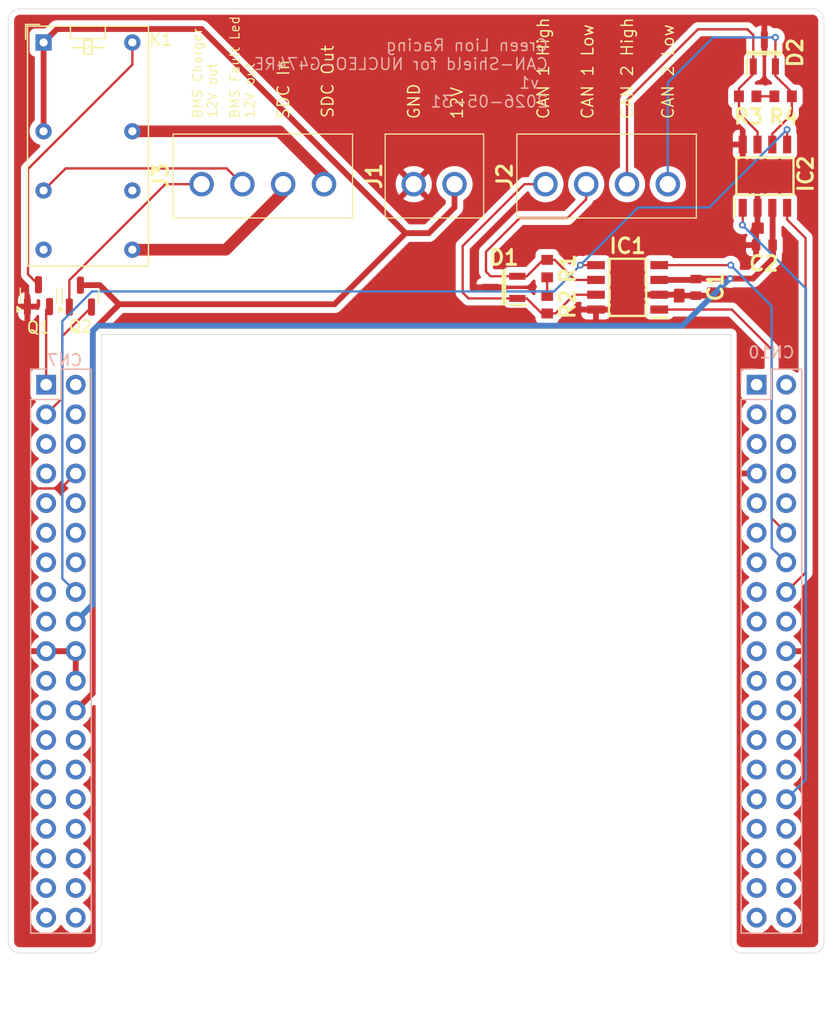
<source format=kicad_pcb>
(kicad_pcb (version 20241229) (generator "pcbnew") (generator_version "9.0")
  (title_block (title "CAN-Shield for NUCLEO-G474RE") (date "${CURRENT_DATE}") (rev "v1") (company "Green Lion Racing") (comment 1 "Alexander Wallrodt") (comment 2 "Ahmed Bouzidi"))
  (layers (0 "F.Cu" signal) (2 "B.Cu" signal) (13 "F.Paste" user) (15 "B.Paste" user) (5 "F.SilkS" user "F.Silkscreen") (7 "B.SilkS" user "B.Silkscreen") (1 "F.Mask" user) (3 "B.Mask" user) (25 "Edge.Cuts" user))
  (net 0 "")
  (net 1 "GND")
  (net 2 "+5V")
  (net 55 "/CAN 1 H")
  (net 56 "/CAN 1 L")
  (net 57 "/CAN 2 L")
  (net 58 "/CAN 2 H")
  (net 59 "Net-(R1-Pad2)")
  (net 60 "Net-(R3-Pad1)")
  (net 61 "+3V3")
  (net 62 "+12V")
  (net 68 "Net-(CN10-Pin_16)")
  (net 70 "Net-(CN10-Pin_14)")
  (net 71 "Net-(CN10-Pin_12)")
  (net 73 "Net-(CN10-Pin_30)")
  (net 77 "Net-(Q1-C)")
  (net 79 "/BMS_CHARGER")
  (net 80 "/BMS_FAULT")
  (net 81 "/SDC_IN")
  (net 82 "/SDC_OUT")
  (net 83 "/BMS_FAULT_LED")
  (net 84 "/BMS_CHARGER_OUT")
  (footprint "SamacSys_Parts:SOT95P255X125-3N" (layer "F.Cu") (at 159.085 71.552 90)
    (property "Reference" "D2" (at 0.04 2.65 90) (layer "F.SilkS") (effects (font (size 1.27 1.27) (thickness 0.254))))
    (property "Value" "ESDCAN01-2BLY" (hide yes))
    (fp_line (start -1.85 -1.5) (end -0.45 -1.5) (stroke (width 0.2)) (layer "F.SilkS"))
    (fp_line (start 0.1 -1.448) (end 0.1 1.448) (stroke (width 0.2)) (layer "F.SilkS"))
    (fp_line (start -0.1 -1.448) (end 0.1 -1.448) (stroke (width 0.2)) (layer "F.SilkS"))
    (fp_line (start 0.1 1.448) (end -0.1 1.448) (stroke (width 0.2)) (layer "F.SilkS"))
    (fp_line (start -0.1 1.448) (end -0.1 -1.448) (stroke (width 0.2)) (layer "F.SilkS"))
    (pad "1" smd rect (at -1.15 -0.95 180) (size 0.6 1.4) (layers "F.Cu" "F.Mask" "F.Paste") (net 58 "/CAN 2 H"))
    (pad "2" smd rect (at -1.15 0.95 180) (size 0.6 1.4) (layers "F.Cu" "F.Mask" "F.Paste") (net 57 "/CAN 2 L"))
    (pad "3" smd rect (at 1.15 0 180) (size 0.6 1.4) (layers "F.Cu" "F.Mask" "F.Paste") (net 1 "GND"))
  )
  (footprint "SamacSys_Parts:SOIC127P600X175-8N" (layer "F.Cu") (at 147.35 91.65 180)
    (property "Reference" "IC1" (at 0 3.55 180) (layer "F.SilkS") (effects (font (size 1.27 1.27) (thickness 0.254))))
    (property "Value" "TLE6250GV33XUMA1" (hide yes))
    (fp_line (start 1.6 2.45) (end -1.6 2.45) (stroke (width 0.2)) (layer "F.SilkS"))
    (fp_line (start 1.6 -2.45) (end 1.6 2.45) (stroke (width 0.2)) (layer "F.SilkS"))
    (fp_line (start -1.6 2.45) (end -1.6 -2.45) (stroke (width 0.2)) (layer "F.SilkS"))
    (fp_line (start -1.6 -2.45) (end 1.6 -2.45) (stroke (width 0.2)) (layer "F.SilkS"))
    (fp_line (start -3.475 -2.605) (end -1.95 -2.605) (stroke (width 0.2)) (layer "F.SilkS"))
    (pad "1" smd rect (at -2.712 -1.905 270) (size 0.7 1.525) (layers "F.Cu" "F.Mask" "F.Paste") (net 71 "Net-(CN10-Pin_12)"))
    (pad "2" smd rect (at -2.712 -0.635 270) (size 0.7 1.525) (layers "F.Cu" "F.Mask" "F.Paste") (net 1 "GND"))
    (pad "3" smd rect (at -2.712 0.635 270) (size 0.7 1.525) (layers "F.Cu" "F.Mask" "F.Paste") (net 2 "+5V"))
    (pad "4" smd rect (at -2.712 1.905 270) (size 0.7 1.525) (layers "F.Cu" "F.Mask" "F.Paste") (net 70 "Net-(CN10-Pin_14)"))
    (pad "5" smd rect (at 2.712 1.905 270) (size 0.7 1.525) (layers "F.Cu" "F.Mask" "F.Paste") (net 61 "+3V3"))
    (pad "6" smd rect (at 2.712 0.635 270) (size 0.7 1.525) (layers "F.Cu" "F.Mask" "F.Paste") (net 56 "/CAN 1 L"))
    (pad "7" smd rect (at 2.712 -0.635 270) (size 0.7 1.525) (layers "F.Cu" "F.Mask" "F.Paste") (net 55 "/CAN 1 H"))
    (pad "8" smd rect (at 2.712 -1.905 270) (size 0.7 1.525) (layers "F.Cu" "F.Mask" "F.Paste") (net 1 "GND"))
  )
  (footprint "SamacSys_Parts:RESC1608X50N" (layer "F.Cu") (at 157.655 75.262 180)
    (property "Reference" "R3" (at -0.08 -1.75 0) (layer "F.SilkS") (effects (font (size 1.27 1.27) (thickness 0.254))))
    (property "Value" "68.0 Ω" (hide yes))
    (pad "1" smd rect (at -0.75 0 180) (size 0.85 1) (layers "F.Cu" "F.Mask" "F.Paste") (net 60 "Net-(R3-Pad1)"))
    (pad "2" smd rect (at 0.75 0 180) (size 0.85 1) (layers "F.Cu" "F.Mask" "F.Paste") (net 58 "/CAN 2 H"))
  )
  (footprint "SamacSys_Parts:CAPC1608X90N" (layer "F.Cu") (at 159.085 88.022 180)
    (property "Reference" "C2" (at 0.05 -1.59 0) (layer "F.SilkS") (effects (font (size 1.27 1.27) (thickness 0.254))))
    (property "Value" "0.1μF 50V" (hide yes))
    (pad "1" smd rect (at -0.71 0 180) (size 0.73 0.94) (layers "F.Cu" "F.Mask" "F.Paste") (net 2 "+5V"))
    (pad "2" smd rect (at 0.71 0 180) (size 0.73 0.94) (layers "F.Cu" "F.Mask" "F.Paste") (net 1 "GND"))
  )
  (footprint "Package_TO_SOT_SMD:SOT-23" (layer "F.Cu") (at 96.8 92.3625 90)
    (property "Reference" "Q1" (at -2.7375 0 180) (layer "F.SilkS"))
    (property "Value" "Q_NPN_EBC" (hide yes))
    (fp_line (start 0 -1.56) (end 0.65 -1.56) (stroke (width 0.12)) (layer "F.SilkS"))
    (fp_line (start 0 -1.56) (end -0.65 -1.56) (stroke (width 0.12)) (layer "F.SilkS"))
    (fp_line (start 0 1.56) (end 0.65 1.56) (stroke (width 0.12)) (layer "F.SilkS"))
    (fp_line (start 0 1.56) (end -0.65 1.56) (stroke (width 0.12)) (layer "F.SilkS"))
    (fp_poly (pts (xy -1.1625 -1.51) (xy -1.4025 -1.84) (xy -0.9225 -1.84) (xy -1.1625 -1.51)) (stroke (width 0.12)) (fill yes) (layer "F.SilkS"))
    (pad "1" smd roundrect (at -0.9375 -0.95 90) (size 1.475 0.6) (layers "F.Cu" "F.Mask" "F.Paste") (net 1 "GND"))
    (pad "2" smd roundrect (at -0.9375 0.95 90) (size 1.475 0.6) (layers "F.Cu" "F.Mask" "F.Paste") (net 80 "/BMS_FAULT"))
    (pad "3" smd roundrect (at 0.9375 0 90) (size 1.475 0.6) (layers "F.Cu" "F.Mask" "F.Paste") (net 77 "Net-(Q1-C)"))
  )
  (footprint "SamacSys_Parts:RESC1608X50N" (layer "F.Cu") (at 140.45 93.14 -90)
    (property "Reference" "R2" (at -0.04 -1.75 270) (layer "F.SilkS") (effects (font (size 1.27 1.27) (thickness 0.254))))
    (property "Value" "68.0 Ω" (hide yes))
    (pad "1" smd rect (at -0.75 0 270) (size 0.85 1) (layers "F.Cu" "F.Mask" "F.Paste") (net 59 "Net-(R1-Pad2)"))
    (pad "2" smd rect (at 0.75 0 270) (size 0.85 1) (layers "F.Cu" "F.Mask" "F.Paste") (net 55 "/CAN 1 H"))
  )
  (footprint "SamacSys_Parts:SOT95P255X125-3N" (layer "F.Cu") (at 136.74 91.65 180)
    (property "Reference" "D1" (at 0 2.55 180) (layer "F.SilkS") (effects (font (size 1.27 1.27) (thickness 0.254))))
    (property "Value" "ESDCAN01-2BLY" (hide yes))
    (fp_line (start 0.1 1.448) (end -0.1 1.448) (stroke (width 0.2)) (layer "F.SilkS"))
    (fp_line (start 0.1 -1.448) (end 0.1 1.448) (stroke (width 0.2)) (layer "F.SilkS"))
    (fp_line (start -0.1 1.448) (end -0.1 -1.448) (stroke (width 0.2)) (layer "F.SilkS"))
    (fp_line (start -0.1 -1.448) (end 0.1 -1.448) (stroke (width 0.2)) (layer "F.SilkS"))
    (fp_line (start -1.85 -1.5) (end -0.45 -1.5) (stroke (width 0.2)) (layer "F.SilkS"))
    (pad "1" smd rect (at -1.15 -0.95 270) (size 0.6 1.4) (layers "F.Cu" "F.Mask" "F.Paste") (net 55 "/CAN 1 H"))
    (pad "2" smd rect (at -1.15 0.95 270) (size 0.6 1.4) (layers "F.Cu" "F.Mask" "F.Paste") (net 56 "/CAN 1 L"))
    (pad "3" smd rect (at 1.15 0 270) (size 0.6 1.4) (layers "F.Cu" "F.Mask" "F.Paste") (net 1 "GND"))
  )
  (footprint "Relay_THT:Relay_DPDT_Omron_G5V-2" (layer "F.Cu") (at 97.2375 70.6425)
    (property "Reference" "K1" (at 10.0625 -0.2425 0) (layer "F.SilkS"))
    (property "Value" "G5V-2" (hide yes))
    (fp_line (start -1.54 -1.55) (end -0.33 -1.55) (stroke (width 0.12)) (layer "F.SilkS"))
    (fp_line (start -1.54 -0.25) (end -1.54 -1.55) (stroke (width 0.12)) (layer "F.SilkS"))
    (fp_line (start -1.38 -1.4) (end -1.38 19.19) (stroke (width 0.12)) (layer "F.SilkS"))
    (fp_line (start -1.38 19.19) (end 9 19.19) (stroke (width 0.12)) (layer "F.SilkS"))
    (fp_line (start 2.3 -1.4) (end 2.3 -0.36) (stroke (width 0.12)) (layer "F.SilkS"))
    (fp_line (start 2.3 -0.34) (end 5.3 -0.34) (stroke (width 0.12)) (layer "F.SilkS"))
    (fp_line (start 3.47 -0.19) (end 3.47 1.01) (stroke (width 0.12)) (layer "F.SilkS"))
    (fp_line (start 3.47 0.44) (end 2.37 0.44) (stroke (width 0.12)) (layer "F.SilkS"))
    (fp_line (start 3.47 0.61) (end 4.17 0.21) (stroke (width 0.12)) (layer "F.SilkS"))
    (fp_line (start 3.47 1.01) (end 4.17 1.01) (stroke (width 0.12)) (layer "F.SilkS"))
    (fp_line (start 4.17 -0.19) (end 3.47 -0.19) (stroke (width 0.12)) (layer "F.SilkS"))
    (fp_line (start 4.17 0.44) (end 5.27 0.44) (stroke (width 0.12)) (layer "F.SilkS"))
    (fp_line (start 4.17 1.01) (end 4.17 -0.19) (stroke (width 0.12)) (layer "F.SilkS"))
    (fp_line (start 5.3 -0.34) (end 5.3 -1.4) (stroke (width 0.12)) (layer "F.SilkS"))
    (fp_line (start 9 -1.4) (end -1.38 -1.4) (stroke (width 0.12)) (layer "F.SilkS"))
    (fp_line (start 9 19.19) (end 9 -1.4) (stroke (width 0.12)) (layer "F.SilkS"))
    (pad "1" thru_hole rect (at 0 0) (size 1.4 1.4) (drill 0.7) (layers "*.Cu" "*.Mask") (net 62 "+12V"))
    (pad "4" thru_hole circle (at 0 7.62) (size 1.4 1.4) (drill 0.7) (layers "*.Cu" "*.Mask") (net 62 "+12V"))
    (pad "6" thru_hole circle (at 0 12.7) (size 1.4 1.4) (drill 0.7) (layers "*.Cu" "*.Mask") (net 83 "/BMS_FAULT_LED"))
    (pad "8" thru_hole circle (at 0 17.78) (size 1.4 1.4) (drill 0.7) (layers "*.Cu" "*.Mask"))
    (pad "9" thru_hole circle (at 7.62 17.78) (size 1.4 1.4) (drill 0.7) (layers "*.Cu" "*.Mask") (net 81 "/SDC_IN"))
    (pad "11" thru_hole circle (at 7.62 12.7) (size 1.4 1.4) (drill 0.7) (layers "*.Cu" "*.Mask"))
    (pad "13" thru_hole circle (at 7.62 7.62) (size 1.4 1.4) (drill 0.7) (layers "*.Cu" "*.Mask") (net 82 "/SDC_OUT"))
    (pad "16" thru_hole circle (at 7.62 0) (size 1.4 1.4) (drill 0.7) (layers "*.Cu" "*.Mask") (net 77 "Net-(Q1-C)"))
  )
  (footprint "SamacSys_Parts:RESC1608X50N" (layer "F.Cu") (at 160.695 75.262 180)
    (property "Reference" "R4" (at -0.04 -1.75 0) (layer "F.SilkS") (effects (font (size 1.27 1.27) (thickness 0.254))))
    (property "Value" "68.0 Ω" (hide yes))
    (pad "1" smd rect (at -0.75 0 180) (size 0.85 1) (layers "F.Cu" "F.Mask" "F.Paste") (net 57 "/CAN 2 L"))
    (pad "2" smd rect (at 0.75 0 180) (size 0.85 1) (layers "F.Cu" "F.Mask" "F.Paste") (net 60 "Net-(R3-Pad1)"))
  )
  (footprint "SamacSys_Parts:691321100004" (layer "F.Cu") (at 140.3 82.9)
    (property "Reference" "J2" (at -3.5 -0.8 90) (layer "F.SilkS") (effects (font (size 1.27 1.27) (thickness 0.254))))
    (property "Value" "691321100004" (hide yes))
    (fp_line (start -2.45 -4.4) (end 12.95 -4.4) (stroke (width 0.1)) (layer "F.SilkS"))
    (fp_line (start -2.45 2.8) (end -2.45 -4.4) (stroke (width 0.1)) (layer "F.SilkS"))
    (fp_line (start 12.95 -4.4) (end 12.95 2.8) (stroke (width 0.1)) (layer "F.SilkS"))
    (fp_line (start 12.95 2.8) (end -2.45 2.8) (stroke (width 0.1)) (layer "F.SilkS"))
    (pad "1" thru_hole circle (at 0 -0.1) (size 2.1 2.1) (drill 1.4) (layers "*.Cu" "*.Mask") (net 55 "/CAN 1 H"))
    (pad "2" thru_hole circle (at 3.5 -0.1) (size 2.1 2.1) (drill 1.4) (layers "*.Cu" "*.Mask") (net 56 "/CAN 1 L"))
    (pad "3" thru_hole circle (at 7 -0.1) (size 2.1 2.1) (drill 1.4) (layers "*.Cu" "*.Mask") (net 58 "/CAN 2 H"))
    (pad "4" thru_hole circle (at 10.5 -0.1) (size 2.1 2.1) (drill 1.4) (layers "*.Cu" "*.Mask") (net 57 "/CAN 2 L"))
  )
  (footprint "SamacSys_Parts:SOIC127P600X175-8N" (layer "F.Cu") (at 159.135 82.112 90)
    (property "Reference" "IC2" (at 0.2 3.5 90) (layer "F.SilkS") (effects (font (size 1.27 1.27) (thickness 0.254))))
    (property "Value" "TLE6250GV33XUMA1" (hide yes))
    (fp_line (start -3.475 -2.605) (end -1.95 -2.605) (stroke (width 0.2)) (layer "F.SilkS"))
    (fp_line (start 1.6 -2.45) (end 1.6 2.45) (stroke (width 0.2)) (layer "F.SilkS"))
    (fp_line (start -1.6 -2.45) (end 1.6 -2.45) (stroke (width 0.2)) (layer "F.SilkS"))
    (fp_line (start 1.6 2.45) (end -1.6 2.45) (stroke (width 0.2)) (layer "F.SilkS"))
    (fp_line (start -1.6 2.45) (end -1.6 -2.45) (stroke (width 0.2)) (layer "F.SilkS"))
    (pad "1" smd rect (at -2.712 -1.905 180) (size 0.7 1.525) (layers "F.Cu" "F.Mask" "F.Paste") (net 73 "Net-(CN10-Pin_30)"))
    (pad "2" smd rect (at -2.712 -0.635 180) (size 0.7 1.525) (layers "F.Cu" "F.Mask" "F.Paste") (net 1 "GND"))
    (pad "3" smd rect (at -2.712 0.635 180) (size 0.7 1.525) (layers "F.Cu" "F.Mask" "F.Paste") (net 2 "+5V"))
    (pad "4" smd rect (at -2.712 1.905 180) (size 0.7 1.525) (layers "F.Cu" "F.Mask" "F.Paste") (net 68 "Net-(CN10-Pin_16)"))
    (pad "5" smd rect (at 2.712 1.905 180) (size 0.7 1.525) (layers "F.Cu" "F.Mask" "F.Paste") (net 61 "+3V3"))
    (pad "6" smd rect (at 2.712 0.635 180) (size 0.7 1.525) (layers "F.Cu" "F.Mask" "F.Paste") (net 57 "/CAN 2 L"))
    (pad "7" smd rect (at 2.712 -0.635 180) (size 0.7 1.525) (layers "F.Cu" "F.Mask" "F.Paste") (net 58 "/CAN 2 H"))
    (pad "8" smd rect (at 2.712 -1.905 180) (size 0.7 1.525) (layers "F.Cu" "F.Mask" "F.Paste") (net 1 "GND"))
  )
  (footprint "SamacSys_Parts:691321100002" (layer "F.Cu") (at 129 82.9)
    (property "Reference" "J1" (at -3.4 -0.8 90) (layer "F.SilkS") (effects (font (size 1.27 1.27) (thickness 0.254))))
    (property "Value" "691321100002" (hide yes))
    (fp_line (start -2.45 -4.4) (end 6 -4.4) (stroke (width 0.1)) (layer "F.SilkS"))
    (fp_line (start -2.45 2.8) (end -2.45 -4.4) (stroke (width 0.1)) (layer "F.SilkS"))
    (fp_line (start 6 -4.4) (end 6 2.8) (stroke (width 0.1)) (layer "F.SilkS"))
    (fp_line (start 6 2.8) (end -2.45 2.8) (stroke (width 0.1)) (layer "F.SilkS"))
    (pad "1" thru_hole circle (at 0 -0.1) (size 2.1 2.1) (drill 1.4) (layers "*.Cu" "*.Mask") (net 1 "GND"))
    (pad "2" thru_hole circle (at 3.5 -0.1) (size 2.1 2.1) (drill 1.4) (layers "*.Cu" "*.Mask") (net 62 "+12V"))
  )
  (footprint "SamacSys_Parts:691321100004" (layer "F.Cu") (at 110.8 82.9)
    (property "Reference" "J3" (at -3.5 -0.8 90) (layer "F.SilkS") (effects (font (size 1.27 1.27) (thickness 0.254))))
    (property "Value" "691321100004" (hide yes))
    (fp_line (start -2.45 -4.4) (end 12.95 -4.4) (stroke (width 0.1)) (layer "F.SilkS"))
    (fp_line (start -2.45 2.8) (end -2.45 -4.4) (stroke (width 0.1)) (layer "F.SilkS"))
    (fp_line (start 12.95 -4.4) (end 12.95 2.8) (stroke (width 0.1)) (layer "F.SilkS"))
    (fp_line (start 12.95 2.8) (end -2.45 2.8) (stroke (width 0.1)) (layer "F.SilkS"))
    (pad "1" thru_hole circle (at 0 -0.1) (size 2.1 2.1) (drill 1.4) (layers "*.Cu" "*.Mask") (net 84 "/BMS_CHARGER_OUT"))
    (pad "2" thru_hole circle (at 3.5 -0.1) (size 2.1 2.1) (drill 1.4) (layers "*.Cu" "*.Mask") (net 83 "/BMS_FAULT_LED"))
    (pad "3" thru_hole circle (at 7 -0.1) (size 2.1 2.1) (drill 1.4) (layers "*.Cu" "*.Mask") (net 81 "/SDC_IN"))
    (pad "4" thru_hole circle (at 10.5 -0.1) (size 2.1 2.1) (drill 1.4) (layers "*.Cu" "*.Mask") (net 82 "/SDC_OUT"))
  )
  (footprint "SamacSys_Parts:CAPC1608X90N" (layer "F.Cu") (at 153.21 91.65 -90)
    (property "Reference" "C1" (at -0.05 -1.69 270) (layer "F.SilkS") (effects (font (size 1.27 1.27) (thickness 0.254))))
    (property "Value" "0.1μF 50V" (hide yes))
    (pad "1" smd rect (at -0.71 0 270) (size 0.73 0.94) (layers "F.Cu" "F.Mask" "F.Paste") (net 2 "+5V"))
    (pad "2" smd rect (at 0.71 0 270) (size 0.73 0.94) (layers "F.Cu" "F.Mask" "F.Paste") (net 1 "GND"))
  )
  (footprint "SamacSys_Parts:RESC1608X50N" (layer "F.Cu") (at 140.45 90.04 -90)
    (property "Reference" "R1" (at 0 -1.75 270) (layer "F.SilkS") (effects (font (size 1.27 1.27) (thickness 0.254))))
    (property "Value" "68.0 Ω" (hide yes))
    (pad "1" smd rect (at -0.75 0 270) (size 0.85 1) (layers "F.Cu" "F.Mask" "F.Paste") (net 56 "/CAN 1 L"))
    (pad "2" smd rect (at 0.75 0 270) (size 0.85 1) (layers "F.Cu" "F.Mask" "F.Paste") (net 59 "Net-(R1-Pad2)"))
  )
  (footprint "Package_TO_SOT_SMD:SOT-23" (layer "F.Cu") (at 100.4 92.4 90)
    (property "Reference" "Q2" (at -2.6 0 180) (layer "F.SilkS"))
    (property "Value" "Q_NPN_EBC" (hide yes))
    (fp_line (start 0 -1.56) (end 0.65 -1.56) (stroke (width 0.12)) (layer "F.SilkS"))
    (fp_line (start 0 -1.56) (end -0.65 -1.56) (stroke (width 0.12)) (layer "F.SilkS"))
    (fp_line (start 0 1.56) (end 0.65 1.56) (stroke (width 0.12)) (layer "F.SilkS"))
    (fp_line (start 0 1.56) (end -0.65 1.56) (stroke (width 0.12)) (layer "F.SilkS"))
    (fp_poly (pts (xy -1.1625 -1.51) (xy -1.4025 -1.84) (xy -0.9225 -1.84) (xy -1.1625 -1.51)) (stroke (width 0.12)) (fill yes) (layer "F.SilkS"))
    (pad "1" smd roundrect (at -0.9375 -0.95 90) (size 1.475 0.6) (layers "F.Cu" "F.Mask" "F.Paste") (net 84 "/BMS_CHARGER_OUT"))
    (pad "2" smd roundrect (at -0.9375 0.95 90) (size 1.475 0.6) (layers "F.Cu" "F.Mask" "F.Paste") (net 79 "/BMS_CHARGER"))
    (pad "3" smd roundrect (at 0.9375 0 90) (size 1.475 0.6) (layers "F.Cu" "F.Mask" "F.Paste") (net 62 "+12V"))
  )
  (footprint "Connector_PinSocket_2.54mm:PinSocket_2x19_P2.54mm_Vertical" (layer "B.Cu") (at 158.42 100 180)
    (property "Reference" "CN10" (at -1.27 2.77 0) (layer "B.SilkS") (effects (justify mirror)))
    (property "Value" "Conn_02x19_Odd_Even_MountingPin" (hide yes))
    (fp_line (start 1.33 1.33) (end 1.33 0) (stroke (width 0.12)) (layer "B.SilkS"))
    (fp_line (start 1.33 -1.27) (end 1.33 -47.05) (stroke (width 0.12)) (layer "B.SilkS"))
    (fp_line (start 0 1.33) (end 1.33 1.33) (stroke (width 0.12)) (layer "B.SilkS"))
    (fp_line (start -1.27 1.33) (end -1.27 -1.27) (stroke (width 0.12)) (layer "B.SilkS"))
    (fp_line (start -1.27 -1.27) (end 1.33 -1.27) (stroke (width 0.12)) (layer "B.SilkS"))
    (fp_line (start -3.87 1.33) (end -1.27 1.33) (stroke (width 0.12)) (layer "B.SilkS"))
    (fp_line (start -3.87 1.33) (end -3.87 -47.05) (stroke (width 0.12)) (layer "B.SilkS"))
    (fp_line (start -3.87 -47.05) (end 1.33 -47.05) (stroke (width 0.12)) (layer "B.SilkS"))
    (pad "1" thru_hole rect (at 0 0 180) (size 1.7 1.7) (drill 1) (layers "*.Cu" "*.Mask"))
    (pad "2" thru_hole oval (at -2.54 0 180) (size 1.7 1.7) (drill 1) (layers "*.Cu" "*.Mask"))
    (pad "3" thru_hole oval (at 0 -2.54 180) (size 1.7 1.7) (drill 1) (layers "*.Cu" "*.Mask"))
    (pad "4" thru_hole oval (at -2.54 -2.54 180) (size 1.7 1.7) (drill 1) (layers "*.Cu" "*.Mask"))
    (pad "5" thru_hole oval (at 0 -5.08 180) (size 1.7 1.7) (drill 1) (layers "*.Cu" "*.Mask"))
    (pad "6" thru_hole oval (at -2.54 -5.08 180) (size 1.7 1.7) (drill 1) (layers "*.Cu" "*.Mask"))
    (pad "7" thru_hole oval (at 0 -7.62 180) (size 1.7 1.7) (drill 1) (layers "*.Cu" "*.Mask") (net 1 "GND"))
    (pad "8" thru_hole oval (at -2.54 -7.62 180) (size 1.7 1.7) (drill 1) (layers "*.Cu" "*.Mask"))
    (pad "9" thru_hole oval (at 0 -10.16 180) (size 1.7 1.7) (drill 1) (layers "*.Cu" "*.Mask"))
    (pad "10" thru_hole oval (at -2.54 -10.16 180) (size 1.7 1.7) (drill 1) (layers "*.Cu" "*.Mask"))
    (pad "11" thru_hole oval (at 0 -12.7 180) (size 1.7 1.7) (drill 1) (layers "*.Cu" "*.Mask"))
    (pad "12" thru_hole oval (at -2.54 -12.7 180) (size 1.7 1.7) (drill 1) (layers "*.Cu" "*.Mask") (net 71 "Net-(CN10-Pin_12)"))
    (pad "13" thru_hole oval (at 0 -15.24 180) (size 1.7 1.7) (drill 1) (layers "*.Cu" "*.Mask"))
    (pad "14" thru_hole oval (at -2.54 -15.24 180) (size 1.7 1.7) (drill 1) (layers "*.Cu" "*.Mask") (net 70 "Net-(CN10-Pin_14)"))
    (pad "15" thru_hole oval (at 0 -17.78 180) (size 1.7 1.7) (drill 1) (layers "*.Cu" "*.Mask"))
    (pad "16" thru_hole oval (at -2.54 -17.78 180) (size 1.7 1.7) (drill 1) (layers "*.Cu" "*.Mask") (net 68 "Net-(CN10-Pin_16)"))
    (pad "17" thru_hole oval (at 0 -20.32 180) (size 1.7 1.7) (drill 1) (layers "*.Cu" "*.Mask"))
    (pad "18" thru_hole oval (at -2.54 -20.32 180) (size 1.7 1.7) (drill 1) (layers "*.Cu" "*.Mask"))
    (pad "19" thru_hole oval (at 0 -22.86 180) (size 1.7 1.7) (drill 1) (layers "*.Cu" "*.Mask"))
    (pad "20" thru_hole oval (at -2.54 -22.86 180) (size 1.7 1.7) (drill 1) (layers "*.Cu" "*.Mask") (net 1 "GND"))
    (pad "21" thru_hole oval (at 0 -25.4 180) (size 1.7 1.7) (drill 1) (layers "*.Cu" "*.Mask"))
    (pad "22" thru_hole oval (at -2.54 -25.4 180) (size 1.7 1.7) (drill 1) (layers "*.Cu" "*.Mask"))
    (pad "23" thru_hole oval (at 0 -27.94 180) (size 1.7 1.7) (drill 1) (layers "*.Cu" "*.Mask"))
    (pad "24" thru_hole oval (at -2.54 -27.94 180) (size 1.7 1.7) (drill 1) (layers "*.Cu" "*.Mask"))
    (pad "25" thru_hole oval (at 0 -30.48 180) (size 1.7 1.7) (drill 1) (layers "*.Cu" "*.Mask"))
    (pad "26" thru_hole oval (at -2.54 -30.48 180) (size 1.7 1.7) (drill 1) (layers "*.Cu" "*.Mask"))
    (pad "27" thru_hole oval (at 0 -33.02 180) (size 1.7 1.7) (drill 1) (layers "*.Cu" "*.Mask"))
    (pad "28" thru_hole oval (at -2.54 -33.02 180) (size 1.7 1.7) (drill 1) (layers "*.Cu" "*.Mask"))
    (pad "29" thru_hole oval (at 0 -35.56 180) (size 1.7 1.7) (drill 1) (layers "*.Cu" "*.Mask"))
    (pad "30" thru_hole oval (at -2.54 -35.56 180) (size 1.7 1.7) (drill 1) (layers "*.Cu" "*.Mask") (net 73 "Net-(CN10-Pin_30)"))
    (pad "31" thru_hole oval (at 0 -38.1 180) (size 1.7 1.7) (drill 1) (layers "*.Cu" "*.Mask"))
    (pad "32" thru_hole oval (at -2.54 -38.1 180) (size 1.7 1.7) (drill 1) (layers "*.Cu" "*.Mask"))
    (pad "33" thru_hole oval (at 0 -40.64 180) (size 1.7 1.7) (drill 1) (layers "*.Cu" "*.Mask"))
    (pad "34" thru_hole oval (at -2.54 -40.64 180) (size 1.7 1.7) (drill 1) (layers "*.Cu" "*.Mask"))
    (pad "35" thru_hole oval (at 0 -43.18 180) (size 1.7 1.7) (drill 1) (layers "*.Cu" "*.Mask"))
    (pad "36" thru_hole oval (at -2.54 -43.18 180) (size 1.7 1.7) (drill 1) (layers "*.Cu" "*.Mask"))
    (pad "37" thru_hole oval (at 0 -45.72 180) (size 1.7 1.7) (drill 1) (layers "*.Cu" "*.Mask"))
    (pad "38" thru_hole oval (at -2.54 -45.72 180) (size 1.7 1.7) (drill 1) (layers "*.Cu" "*.Mask"))
  )
  (footprint "Connector_PinSocket_2.54mm:PinSocket_2x19_P2.54mm_Vertical" (layer "B.Cu") (at 97.46 100 180)
    (property "Reference" "CN7" (at -1.59 2.1 0) (layer "B.SilkS") (effects (justify mirror)))
    (property "Value" "Conn_02x19_Odd_Even_MountingPin" (hide yes))
    (fp_line (start 1.33 1.33) (end 1.33 0) (stroke (width 0.12)) (layer "B.SilkS"))
    (fp_line (start 1.33 -1.27) (end 1.33 -47.05) (stroke (width 0.12)) (layer "B.SilkS"))
    (fp_line (start 0 1.33) (end 1.33 1.33) (stroke (width 0.12)) (layer "B.SilkS"))
    (fp_line (start -1.27 1.33) (end -1.27 -1.27) (stroke (width 0.12)) (layer "B.SilkS"))
    (fp_line (start -1.27 -1.27) (end 1.33 -1.27) (stroke (width 0.12)) (layer "B.SilkS"))
    (fp_line (start -3.87 1.33) (end -1.27 1.33) (stroke (width 0.12)) (layer "B.SilkS"))
    (fp_line (start -3.87 1.33) (end -3.87 -47.05) (stroke (width 0.12)) (layer "B.SilkS"))
    (fp_line (start -3.87 -47.05) (end 1.33 -47.05) (stroke (width 0.12)) (layer "B.SilkS"))
    (pad "1" thru_hole rect (at 0 0 180) (size 1.7 1.7) (drill 1) (layers "*.Cu" "*.Mask") (net 80 "/BMS_FAULT"))
    (pad "2" thru_hole oval (at -2.54 0 180) (size 1.7 1.7) (drill 1) (layers "*.Cu" "*.Mask"))
    (pad "3" thru_hole oval (at 0 -2.54 180) (size 1.7 1.7) (drill 1) (layers "*.Cu" "*.Mask") (net 79 "/BMS_CHARGER"))
    (pad "4" thru_hole oval (at -2.54 -2.54 180) (size 1.7 1.7) (drill 1) (layers "*.Cu" "*.Mask"))
    (pad "5" thru_hole oval (at 0 -5.08 180) (size 1.7 1.7) (drill 1) (layers "*.Cu" "*.Mask"))
    (pad "6" thru_hole oval (at -2.54 -5.08 180) (size 1.7 1.7) (drill 1) (layers "*.Cu" "*.Mask"))
    (pad "7" thru_hole oval (at 0 -7.62 180) (size 1.7 1.7) (drill 1) (layers "*.Cu" "*.Mask"))
    (pad "8" thru_hole oval (at -2.54 -7.62 180) (size 1.7 1.7) (drill 1) (layers "*.Cu" "*.Mask") (net 1 "GND"))
    (pad "9" thru_hole oval (at 0 -10.16 180) (size 1.7 1.7) (drill 1) (layers "*.Cu" "*.Mask"))
    (pad "10" thru_hole oval (at -2.54 -10.16 180) (size 1.7 1.7) (drill 1) (layers "*.Cu" "*.Mask"))
    (pad "11" thru_hole oval (at 0 -12.7 180) (size 1.7 1.7) (drill 1) (layers "*.Cu" "*.Mask"))
    (pad "12" thru_hole oval (at -2.54 -12.7 180) (size 1.7 1.7) (drill 1) (layers "*.Cu" "*.Mask"))
    (pad "13" thru_hole oval (at 0 -15.24 180) (size 1.7 1.7) (drill 1) (layers "*.Cu" "*.Mask"))
    (pad "14" thru_hole oval (at -2.54 -15.24 180) (size 1.7 1.7) (drill 1) (layers "*.Cu" "*.Mask"))
    (pad "15" thru_hole oval (at 0 -17.78 180) (size 1.7 1.7) (drill 1) (layers "*.Cu" "*.Mask"))
    (pad "16" thru_hole oval (at -2.54 -17.78 180) (size 1.7 1.7) (drill 1) (layers "*.Cu" "*.Mask") (net 61 "+3V3"))
    (pad "17" thru_hole oval (at 0 -20.32 180) (size 1.7 1.7) (drill 1) (layers "*.Cu" "*.Mask"))
    (pad "18" thru_hole oval (at -2.54 -20.32 180) (size 1.7 1.7) (drill 1) (layers "*.Cu" "*.Mask") (net 2 "+5V"))
    (pad "19" thru_hole oval (at 0 -22.86 180) (size 1.7 1.7) (drill 1) (layers "*.Cu" "*.Mask") (net 1 "GND"))
    (pad "20" thru_hole oval (at -2.54 -22.86 180) (size 1.7 1.7) (drill 1) (layers "*.Cu" "*.Mask") (net 1 "GND"))
    (pad "21" thru_hole oval (at 0 -25.4 180) (size 1.7 1.7) (drill 1) (layers "*.Cu" "*.Mask"))
    (pad "22" thru_hole oval (at -2.54 -25.4 180) (size 1.7 1.7) (drill 1) (layers "*.Cu" "*.Mask") (net 1 "GND"))
    (pad "23" thru_hole oval (at 0 -27.94 180) (size 1.7 1.7) (drill 1) (layers "*.Cu" "*.Mask"))
    (pad "24" thru_hole oval (at -2.54 -27.94 180) (size 1.7 1.7) (drill 1) (layers "*.Cu" "*.Mask") (net 62 "+12V"))
    (pad "25" thru_hole oval (at 0 -30.48 180) (size 1.7 1.7) (drill 1) (layers "*.Cu" "*.Mask"))
    (pad "26" thru_hole oval (at -2.54 -30.48 180) (size 1.7 1.7) (drill 1) (layers "*.Cu" "*.Mask"))
    (pad "27" thru_hole oval (at 0 -33.02 180) (size 1.7 1.7) (drill 1) (layers "*.Cu" "*.Mask"))
    (pad "28" thru_hole oval (at -2.54 -33.02 180) (size 1.7 1.7) (drill 1) (layers "*.Cu" "*.Mask"))
    (pad "29" thru_hole oval (at 0 -35.56 180) (size 1.7 1.7) (drill 1) (layers "*.Cu" "*.Mask"))
    (pad "30" thru_hole oval (at -2.54 -35.56 180) (size 1.7 1.7) (drill 1) (layers "*.Cu" "*.Mask"))
    (pad "31" thru_hole oval (at 0 -38.1 180) (size 1.7 1.7) (drill 1) (layers "*.Cu" "*.Mask"))
    (pad "32" thru_hole oval (at -2.54 -38.1 180) (size 1.7 1.7) (drill 1) (layers "*.Cu" "*.Mask"))
    (pad "33" thru_hole oval (at 0 -40.64 180) (size 1.7 1.7) (drill 1) (layers "*.Cu" "*.Mask"))
    (pad "34" thru_hole oval (at -2.54 -40.64 180) (size 1.7 1.7) (drill 1) (layers "*.Cu" "*.Mask"))
    (pad "35" thru_hole oval (at 0 -43.18 180) (size 1.7 1.7) (drill 1) (layers "*.Cu" "*.Mask"))
    (pad "36" thru_hole oval (at -2.54 -43.18 180) (size 1.7 1.7) (drill 1) (layers "*.Cu" "*.Mask"))
    (pad "37" thru_hole oval (at 0 -45.72 180) (size 1.7 1.7) (drill 1) (layers "*.Cu" "*.Mask"))
    (pad "38" thru_hole oval (at -2.54 -45.72 180) (size 1.7 1.7) (drill 1) (layers "*.Cu" "*.Mask"))
  )
  (gr_line (start 164.21 147.76) (end 164.21 68.76) (stroke (width 0.05)) (layer "Edge.Cuts"))
  (gr_line (start 94.21 147.76) (end 94.21 68.76) (stroke (width 0.05)) (layer "Edge.Cuts"))
  (gr_line (start 156.21 95.69) (end 102.21 95.69) (stroke (width 0.05)) (layer "Edge.Cuts"))
  (gr_arc (start 164.21 147.76) (mid 163.917107 148.467107) (end 163.21 148.76) (stroke (width 0.05)) (layer "Edge.Cuts"))
  (gr_arc (start 94.21 68.76) (mid 94.502893 68.052893) (end 95.21 67.76) (stroke (width 0.05)) (layer "Edge.Cuts"))
  (gr_line (start 101.21 148.76) (end 95.21 148.76) (stroke (width 0.05)) (layer "Edge.Cuts"))
  (gr_arc (start 163.21 67.76) (mid 163.917107 68.052893) (end 164.21 68.76) (stroke (width 0.05)) (layer "Edge.Cuts"))
  (gr_arc (start 95.21 148.76) (mid 94.502893 148.467107) (end 94.21 147.76) (stroke (width 0.05)) (layer "Edge.Cuts"))
  (gr_arc (start 102.21 147.76) (mid 101.917107 148.467107) (end 101.21 148.76) (stroke (width 0.05)) (layer "Edge.Cuts"))
  (gr_line (start 102.21 147.76) (end 102.21 95.69) (stroke (width 0.05)) (layer "Edge.Cuts"))
  (gr_line (start 156.21 147.76) (end 156.21 95.69) (stroke (width 0.05)) (layer "Edge.Cuts"))
  (gr_line (start 163.21 148.76) (end 157.21 148.76) (stroke (width 0.05)) (layer "Edge.Cuts"))
  (gr_arc (start 157.21 148.76) (mid 156.502893 148.467107) (end 156.21 147.76) (stroke (width 0.05)) (layer "Edge.Cuts"))
  (gr_line (start 163.21 67.76) (end 95.21 67.76) (stroke (width 0.05)) (layer "Edge.Cuts"))
  (gr_text "CAN 2 Low" (at 151.4 77.3 90) (layer "F.SilkS") (effects (font (size 1 1) (thickness 0.125)) (justify left bottom)))
  (gr_text "BMS Fault Led\n12V out" (at 115.4 77.2 90) (layer "F.SilkS") (effects (font (size 0.8 0.8) (thickness 0.1)) (justify left bottom)))
  (gr_text "CAN 1 High" (at 140.7 77.3 90) (layer "F.SilkS") (effects (font (size 1 1) (thickness 0.125)) (justify left bottom)))
  (gr_text "12V" (at 133.3 77.3 90) (layer "F.SilkS") (effects (font (size 1 1) (thickness 0.125)) (justify left bottom)))
  (gr_text "SDC In" (at 118.4 77.3 90) (layer "F.SilkS") (effects (font (size 1 1) (thickness 0.125)) (justify left bottom)))
  (gr_text "BMS Charger\n12V out" (at 112.2 77.2 90) (layer "F.SilkS") (effects (font (size 0.8 0.8) (thickness 0.1)) (justify left bottom)))
  (gr_text "SDC Out" (at 122.2 77.2 90) (layer "F.SilkS") (effects (font (size 1 1) (thickness 0.125)) (justify left bottom)))
  (gr_text "GND" (at 129.6 77.3 90) (layer "F.SilkS") (effects (font (size 1 1) (thickness 0.125)) (justify left bottom)))
  (gr_text "CAN 1 Low" (at 144.5 77.3 90) (layer "F.SilkS") (effects (font (size 1 1) (thickness 0.125)) (justify left bottom)))
  (gr_text "CAN 2 High" (at 147.9 77.3 90) (layer "F.SilkS") (effects (font (size 1 1) (thickness 0.125)) (justify left bottom)))
  (gr_text "${COMPANY}\n${TITLE}\n${PROJECTNAME} ${REVISION}\n${ISSUE_DATE}" (at 140.6 76.3 0) (layer "B.SilkS") (effects (font (size 1 1) (thickness 0.125)) (justify left bottom mirror)))
  (segment (start 98.72 108.9) (end 96.6 108.9) (width 0.2) (layer "F.Cu") (net 1))
  (segment (start 100 107.62) (end 98.72 108.9) (width 0.2) (layer "F.Cu") (net 1))
  (segment (start 159.795 88.022) (end 159.795 84.849) (width 0.5) (layer "F.Cu") (net 2))
  (segment (start 150.062 91.015) (end 153.135 91.015) (width 0.5) (layer "F.Cu") (net 2))
  (segment (start 159.795 84.849) (end 159.77 84.824) (width 0.2) (layer "F.Cu") (net 2))
  (segment (start 159.835 89.165) (end 159.835 88.062) (width 0.5) (layer "F.Cu") (net 2))
  (segment (start 159.835 88.062) (end 159.795 88.022) (width 0.5) (layer "F.Cu") (net 2))
  (segment (start 153.25 90.9) (end 153.21 90.94) (width 0.5) (layer "F.Cu") (net 2))
  (segment (start 156.15 90.9) (end 158.1 90.9) (width 0.5) (layer "F.Cu") (net 2))
  (segment (start 158.1 90.9) (end 159.835 89.165) (width 0.5) (layer "F.Cu") (net 2))
  (segment (start 153.135 91.015) (end 153.21 90.94) (width 0.2) (layer "F.Cu") (net 2))
  (segment (start 156.15 90.9) (end 153.25 90.9) (width 0.5) (layer "F.Cu") (net 2))
  (via (at 156.15 90.9) (size 0.6) (drill 0.3) (layers "F.Cu" "B.Cu") (net 2))
  (segment (start 152.061 94.939) (end 156.1 90.9) (width 0.5) (layer "B.Cu") (net 2))
  (segment (start 100 120.32) (end 101.459 118.861) (width 0.5) (layer "B.Cu") (net 2))
  (segment (start 101.459 118.861) (end 101.459 95.378926) (width 0.5) (layer "B.Cu") (net 2))
  (segment (start 101.898926 94.939) (end 152.061 94.939) (width 0.5) (layer "B.Cu") (net 2))
  (segment (start 156.1 90.9) (end 156.15 90.9) (width 0.5) (layer "B.Cu") (net 2))
  (segment (start 101.459 95.378926) (end 101.898926 94.939) (width 0.5) (layer "B.Cu") (net 2))
  (segment (start 139.99 93.89) (end 138.7 92.6) (width 0.2) (layer "F.Cu") (net 55))
  (segment (start 140.45 93.89) (end 141.16 93.89) (width 0.2) (layer "F.Cu") (net 55))
  (segment (start 133.2 92.1) (end 133.2 88.1) (width 0.2) (layer "F.Cu") (net 55))
  (segment (start 133.2 88.1) (end 138.5 82.8) (width 0.2) (layer "F.Cu") (net 55))
  (segment (start 138.7 92.6) (end 137.89 92.6) (width 0.2) (layer "F.Cu") (net 55))
  (segment (start 142.765 92.285) (end 144.638 92.285) (width 0.2) (layer "F.Cu") (net 55))
  (segment (start 141.16 93.89) (end 142.765 92.285) (width 0.2) (layer "F.Cu") (net 55))
  (segment (start 140.45 93.89) (end 139.99 93.89) (width 0.2) (layer "F.Cu") (net 55))
  (segment (start 133.7 92.6) (end 133.2 92.1) (width 0.2) (layer "F.Cu") (net 55))
  (segment (start 137.89 92.6) (end 133.7 92.6) (width 0.2) (layer "F.Cu") (net 55))
  (segment (start 138.5 82.8) (end 140.3 82.8) (width 0.2) (layer "F.Cu") (net 55))
  (segment (start 137.89 90.7) (end 135.6 90.7) (width 0.2) (layer "F.Cu") (net 56))
  (segment (start 141.09 89.29) (end 140.45 89.29) (width 0.2) (layer "F.Cu") (net 56))
  (segment (start 138.1 85.7) (end 142.2 85.7) (width 0.2) (layer "F.Cu") (net 56))
  (segment (start 138.7 90.7) (end 140.11 89.29) (width 0.2) (layer "F.Cu") (net 56))
  (segment (start 142.2 85.7) (end 143.8 84.1) (width 0.2) (layer "F.Cu") (net 56))
  (segment (start 137.89 90.7) (end 138.7 90.7) (width 0.2) (layer "F.Cu") (net 56))
  (segment (start 143.8 84.1) (end 143.8 82.8) (width 0.2) (layer "F.Cu") (net 56))
  (segment (start 135.6 90.7) (end 135.2 90.3) (width 0.2) (layer "F.Cu") (net 56))
  (segment (start 142.815 91.015) (end 141.09 89.29) (width 0.2) (layer "F.Cu") (net 56))
  (segment (start 135.2 90.3) (end 135.2 88.6) (width 0.2) (layer "F.Cu") (net 56))
  (segment (start 144.638 91.015) (end 142.815 91.015) (width 0.2) (layer "F.Cu") (net 56))
  (segment (start 140.11 89.29) (end 140.45 89.29) (width 0.2) (layer "F.Cu") (net 56))
  (segment (start 135.2 88.6) (end 138.1 85.7) (width 0.2) (layer "F.Cu") (net 56))
  (segment (start 160.035 72.702) (end 160.035 73.512) (width 0.2) (layer "F.Cu") (net 57))
  (segment (start 159.77 78.477) (end 159.77 79.4) (width 0.2) (layer "F.Cu") (net 57))
  (segment (start 161.445 76.802) (end 159.77 78.477) (width 0.2) (layer "F.Cu") (net 57))
  (segment (start 160.035 73.512) (end 161.445 74.922) (width 0.2) (layer "F.Cu") (net 57))
  (segment (start 160.035 70.212) (end 160.035 72.702) (width 0.2) (layer "F.Cu") (net 57))
  (segment (start 161.445 74.922) (end 161.445 75.262) (width 0.2) (layer "F.Cu") (net 57))
  (segment (start 161.445 75.262) (end 161.445 76.802) (width 0.2) (layer "F.Cu") (net 57))
  (via (at 160.035 70.212) (size 0.6) (drill 0.3) (layers "F.Cu" "B.Cu") (net 57))
  (segment (start 154.688 70.212) (end 150.8 74.1) (width 0.2) (layer "B.Cu") (net 57))
  (segment (start 160.035 70.212) (end 154.688 70.212) (width 0.2) (layer "B.Cu") (net 57))
  (segment (start 150.8 74.1) (end 150.8 82.8) (width 0.2) (layer "B.Cu") (net 57))
  (segment (start 147.3 75.6) (end 147.3 82.8) (width 0.2) (layer "F.Cu") (net 58))
  (segment (start 158.135 73.362) (end 156.905 74.592) (width 0.2) (layer "F.Cu") (net 58))
  (segment (start 157.635 69.512) (end 153.388 69.512) (width 0.2) (layer "F.Cu") (net 58))
  (segment (start 158.135 72.702) (end 158.135 70.012) (width 0.2) (layer "F.Cu") (net 58))
  (segment (start 156.905 74.592) (end 156.905 75.262) (width 0.2) (layer "F.Cu") (net 58))
  (segment (start 153.388 69.512) (end 147.3 75.6) (width 0.2) (layer "F.Cu") (net 58))
  (segment (start 158.135 72.702) (end 158.135 73.362) (width 0.2) (layer "F.Cu") (net 58))
  (segment (start 156.905 76.712) (end 158.5 78.307) (width 0.2) (layer "F.Cu") (net 58))
  (segment (start 156.905 75.262) (end 156.905 76.712) (width 0.2) (layer "F.Cu") (net 58))
  (segment (start 158.5 78.307) (end 158.5 79.4) (width 0.2) (layer "F.Cu") (net 58))
  (segment (start 158.135 70.012) (end 157.635 69.512) (width 0.2) (layer "F.Cu") (net 58))
  (segment (start 140.45 90.79) (end 140.45 92.39) (width 0.2) (layer "F.Cu") (net 59))
  (segment (start 158.405 75.262) (end 159.945 75.262) (width 0.2) (layer "F.Cu") (net 60))
  (segment (start 161.04 79.4) (end 161.04 78.117) (width 0.2) (layer "F.Cu") (net 61))
  (segment (start 161.04 78.117) (end 161.035 78.112) (width 0.2) (layer "F.Cu") (net 61))
  (segment (start 143.3 89.745) (end 144.638 89.745) (width 0.2) (layer "F.Cu") (net 61))
  (via (at 161.035 78.112) (size 0.6) (drill 0.3) (layers "F.Cu" "B.Cu") (net 61))
  (via (at 143.3 89.745) (size 0.6) (drill 0.3) (layers "F.Cu" "B.Cu") (net 61))
  (segment (start 154.347 84.8) (end 161.035 78.112) (width 0.2) (layer "B.Cu") (net 61))
  (segment (start 98.849 94.551) (end 101.4 92) (width 0.2) (layer "B.Cu") (net 61))
  (segment (start 148.245 84.8) (end 154.347 84.8) (width 0.2) (layer "B.Cu") (net 61))
  (segment (start 100 117.78) (end 98.849 116.629) (width 0.2) (layer "B.Cu") (net 61))
  (segment (start 143.3 89.745) (end 148.245 84.8) (width 0.2) (layer "B.Cu") (net 61))
  (segment (start 141.045 92) (end 143.3 89.745) (width 0.2) (layer "B.Cu") (net 61))
  (segment (start 98.849 116.629) (end 98.849 94.551) (width 0.2) (layer "B.Cu") (net 61))
  (segment (start 101.4 92) (end 141.045 92) (width 0.2) (layer "B.Cu") (net 61))
  (segment (start 98.3885 69.4915) (end 110.7915 69.4915) (width 0.5) (layer "F.Cu") (net 62))
  (segment (start 97.2375 78.2625) (end 97.2375 70.6425) (width 0.5) (layer "F.Cu") (net 62))
  (segment (start 128.3 87) (end 130.29 87) (width 0.5) (layer "F.Cu") (net 62))
  (segment (start 101.459 95.378926) (end 101.898926 94.939) (width 0.5) (layer "F.Cu") (net 62))
  (segment (start 100 127.94) (end 101.459 126.481) (width 0.5) (layer "F.Cu") (net 62))
  (segment (start 130.29 87) (end 132.5 84.79) (width 0.5) (layer "F.Cu") (net 62))
  (segment (start 103.7 93.1) (end 103.737926 93.1) (width 0.5) (layer "F.Cu") (net 62))
  (segment (start 110.7915 69.4915) (end 128.3 87) (width 0.5) (layer "F.Cu") (net 62))
  (segment (start 97.2375 70.6425) (end 98.3885 69.4915) (width 0.5) (layer "F.Cu") (net 62))
  (segment (start 122.2 93.1) (end 128.3 87) (width 0.5) (layer "F.Cu") (net 62))
  (segment (start 101.459 126.481) (end 101.459 95.378926) (width 0.5) (layer "F.Cu") (net 62))
  (segment (start 103.737926 93.1) (end 122.2 93.1) (width 0.5) (layer "F.Cu") (net 62))
  (segment (start 132.5 84.79) (end 132.5 82.8) (width 0.5) (layer "F.Cu") (net 62))
  (segment (start 100.4 91.4625) (end 102.0625 91.4625) (width 0.5) (layer "F.Cu") (net 62))
  (segment (start 102.0625 91.4625) (end 103.7 93.1) (width 0.5) (layer "F.Cu") (net 62))
  (segment (start 101.898926 94.939) (end 103.737926 93.1) (width 0.5) (layer "F.Cu") (net 62))
  (segment (start 162.62 116.12) (end 160.96 117.78) (width 0.2) (layer "F.Cu") (net 68))
  (segment (start 161.04 85.84) (end 162.62 87.42) (width 0.2) (layer "F.Cu") (net 68))
  (segment (start 161.04 84.824) (end 161.04 85.84) (width 0.2) (layer "F.Cu") (net 68))
  (segment (start 162.62 87.42) (end 162.62 116.12) (width 0.2) (layer "F.Cu") (net 68))
  (segment (start 156.2 89.745) (end 150.062 89.745) (width 0.2) (layer "F.Cu") (net 70))
  (via (at 156.2 89.745) (size 0.6) (drill 0.3) (layers "F.Cu" "B.Cu") (net 70))
  (segment (start 159.7 93.245) (end 159.7 93.600057) (width 0.2) (layer "B.Cu") (net 70))
  (segment (start 159.72 114) (end 160.96 115.24) (width 0.2) (layer "B.Cu") (net 70))
  (segment (start 159.72 93.620057) (end 159.72 114) (width 0.2) (layer "B.Cu") (net 70))
  (segment (start 156.2 89.745) (end 159.7 93.245) (width 0.2) (layer "B.Cu") (net 70))
  (segment (start 159.7 93.600057) (end 159.72 93.620057) (width 0.2) (layer "B.Cu") (net 70))
  (segment (start 159.71 111.45) (end 160.96 112.7) (width 0.2) (layer "F.Cu") (net 71))
  (segment (start 150.062 93.555) (end 156.295 93.555) (width 0.2) (layer "F.Cu") (net 71))
  (segment (start 159.71 96.97) (end 159.71 111.45) (width 0.2) (layer "F.Cu") (net 71))
  (segment (start 156.295 93.555) (end 159.71 96.97) (width 0.2) (layer "F.Cu") (net 71))
  (segment (start 157.23 86.27) (end 157.2 86.3) (width 0.2) (layer "F.Cu") (net 73))
  (segment (start 157.23 84.824) (end 157.23 86.27) (width 0.2) (layer "F.Cu") (net 73))
  (via (at 157.2 86.3) (size 0.6) (drill 0.3) (layers "F.Cu" "B.Cu") (net 73))
  (segment (start 160.96 135.56) (end 162.65 133.87) (width 0.2) (layer "B.Cu") (net 73))
  (segment (start 162.65 133.87) (end 162.65 91.75) (width 0.2) (layer "B.Cu") (net 73))
  (segment (start 162.65 91.75) (end 157.2 86.3) (width 0.2) (layer "B.Cu") (net 73))
  (segment (start 95.9 90.525) (end 95.9 81.5) (width 0.2) (layer "F.Cu") (net 77))
  (segment (start 104.8575 72.5425) (end 104.8575 70.6425) (width 0.2) (layer "F.Cu") (net 77))
  (segment (start 95.9 81.5) (end 104.8575 72.5425) (width 0.2) (layer "F.Cu") (net 77))
  (segment (start 96.8 91.425) (end 95.9 90.525) (width 0.2) (layer "F.Cu") (net 77))
  (segment (start 98.849 95.8385) (end 101.35 93.3375) (width 0.2) (layer "F.Cu") (net 79))
  (segment (start 97.46 102.54) (end 98.849 101.151) (width 0.2) (layer "F.Cu") (net 79))
  (segment (start 98.849 101.151) (end 98.849 95.8385) (width 0.2) (layer "F.Cu") (net 79))
  (segment (start 97.46 100) (end 97.46 93.59) (width 0.2) (layer "F.Cu") (net 80))
  (segment (start 97.46 93.59) (end 97.75 93.3) (width 0.2) (layer "F.Cu") (net 80))
  (segment (start 104.8575 88.4225) (end 112.8775 88.4225) (width 1) (layer "F.Cu") (net 81))
  (segment (start 112.8775 88.4225) (end 117.8 83.5) (width 1) (layer "F.Cu") (net 81))
  (segment (start 117.8 83.5) (end 117.8 82.8) (width 1) (layer "F.Cu") (net 81))
  (segment (start 121.3 82.1) (end 117.4625 78.2625) (width 1) (layer "F.Cu") (net 82))
  (segment (start 117.4625 78.2625) (end 104.8575 78.2625) (width 1) (layer "F.Cu") (net 82))
  (segment (start 121.3 82.8) (end 121.3 82.1) (width 1) (layer "F.Cu") (net 82))
  (segment (start 99.131 81.449) (end 112.949 81.449) (width 0.2) (layer "F.Cu") (net 83))
  (segment (start 97.2375 83.3425) (end 99.131 81.449) (width 0.2) (layer "F.Cu") (net 83))
  (segment (start 112.949 81.449) (end 114.3 82.8) (width 0.2) (layer "F.Cu") (net 83))
  (segment (start 99.45 91.033032) (end 107.683032 82.8) (width 0.2) (layer "F.Cu") (net 84))
  (segment (start 99.45 93.3375) (end 99.45 91.033032) (width 0.2) (layer "F.Cu") (net 84))
  (segment (start 107.683032 82.8) (end 110.8 82.8) (width 0.2) (layer "F.Cu") (net 84))
  (zone (net 1) (net_name "GND") (layer "F.Cu") (connect_pads (clearance 0.5)) (min_thickness 0.25) (fill yes (thermal_gap 0.5) (thermal_bridge_width 0.5))
    (polygon (pts (xy 93.5 67) (xy 165 67) (xy 165 149.5) (xy 93.5 149.5)))
  )
)
</source>
